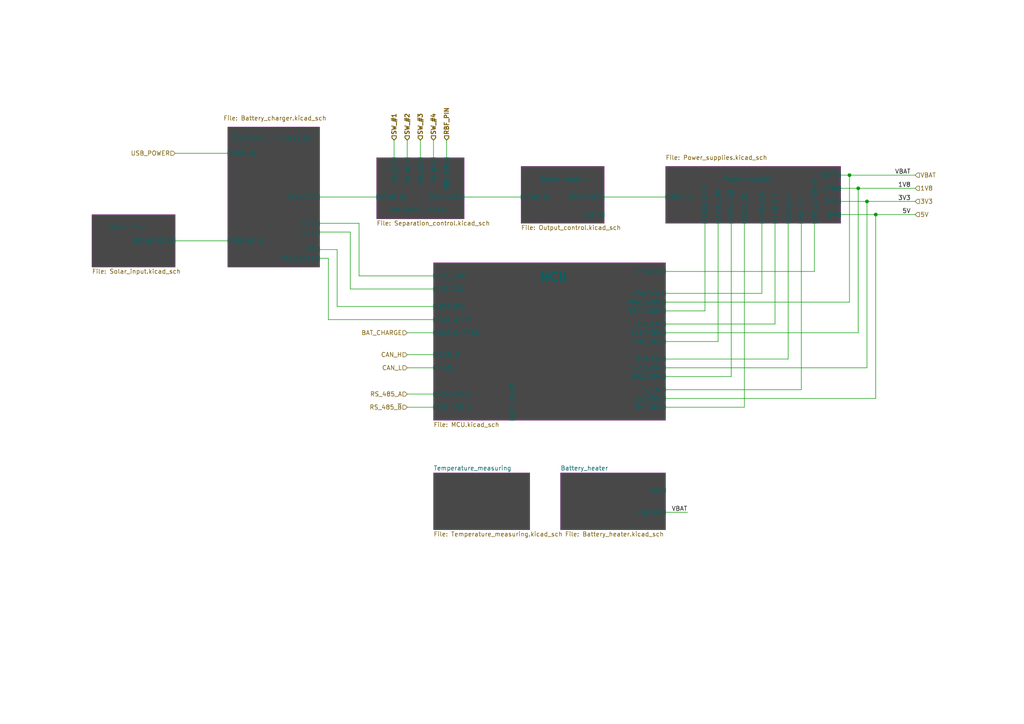
<source format=kicad_sch>
(kicad_sch (version 20210621) (generator eeschema)
  (paper "A4")
  (title_block (title "BUTCube - EPS") (date "2021-06-01") (rev "v1.0") (company "VUT - FIT(STRaDe) & FME(IAE & IPE)") (comment 1 "Author: Petr Malaník"))
  (lib_symbols)
  (junction (at 246.38 50.8) (diameter 0.9144))
  (junction (at 248.92 54.61) (diameter 0.9144))
  (junction (at 251.46 58.42) (diameter 0.9144))
  (junction (at 254 62.23) (diameter 0.9144))
  (wire (pts (xy 50.8 44.45) (xy 66.04 44.45)))
  (wire (pts (xy 50.8 69.85) (xy 66.04 69.85)))
  (wire (pts (xy 92.71 57.15) (xy 109.22 57.15)))
  (wire (pts (xy 92.71 64.77) (xy 104.14 64.77)))
  (wire (pts (xy 92.71 67.31) (xy 101.6 67.31)))
  (wire (pts (xy 92.71 72.39) (xy 97.79 72.39)))
  (wire (pts (xy 95.25 74.93) (xy 92.71 74.93)))
  (wire (pts (xy 95.25 74.93) (xy 95.25 92.71)))
  (wire (pts (xy 95.25 92.71) (xy 125.73 92.71)))
  (wire (pts (xy 97.79 72.39) (xy 97.79 88.9)))
  (wire (pts (xy 97.79 88.9) (xy 125.73 88.9)))
  (wire (pts (xy 101.6 67.31) (xy 101.6 83.82)))
  (wire (pts (xy 101.6 83.82) (xy 125.73 83.82)))
  (wire (pts (xy 104.14 80.01) (xy 104.14 64.77)))
  (wire (pts (xy 114.3 40.64) (xy 114.3 45.72)))
  (wire (pts (xy 118.11 40.64) (xy 118.11 45.72)))
  (wire (pts (xy 118.11 96.52) (xy 125.73 96.52)))
  (wire (pts (xy 118.11 102.87) (xy 125.73 102.87)))
  (wire (pts (xy 118.11 106.68) (xy 125.73 106.68)))
  (wire (pts (xy 118.11 114.3) (xy 125.73 114.3)))
  (wire (pts (xy 118.11 118.11) (xy 125.73 118.11)))
  (wire (pts (xy 121.92 40.64) (xy 121.92 45.72)))
  (wire (pts (xy 125.73 40.64) (xy 125.73 45.72)))
  (wire (pts (xy 125.73 80.01) (xy 104.14 80.01)))
  (wire (pts (xy 129.54 40.64) (xy 129.54 45.72)))
  (wire (pts (xy 134.62 57.15) (xy 151.13 57.15)))
  (wire (pts (xy 175.26 57.15) (xy 193.04 57.15)))
  (wire (pts (xy 193.04 78.74) (xy 236.22 78.74)))
  (wire (pts (xy 193.04 85.09) (xy 220.98 85.09)))
  (wire (pts (xy 193.04 87.63) (xy 246.38 87.63)))
  (wire (pts (xy 193.04 90.17) (xy 204.47 90.17)))
  (wire (pts (xy 193.04 96.52) (xy 248.92 96.52)))
  (wire (pts (xy 193.04 99.06) (xy 208.28 99.06)))
  (wire (pts (xy 193.04 104.14) (xy 228.6 104.14)))
  (wire (pts (xy 193.04 106.68) (xy 251.46 106.68)))
  (wire (pts (xy 193.04 109.22) (xy 212.09 109.22)))
  (wire (pts (xy 193.04 113.03) (xy 232.41 113.03)))
  (wire (pts (xy 193.04 115.57) (xy 254 115.57)))
  (wire (pts (xy 193.04 118.11) (xy 215.9 118.11)))
  (wire (pts (xy 193.04 148.59) (xy 199.39 148.59)))
  (wire (pts (xy 204.47 64.77) (xy 204.47 90.17)))
  (wire (pts (xy 208.28 99.06) (xy 208.28 64.77)))
  (wire (pts (xy 212.09 109.22) (xy 212.09 64.77)))
  (wire (pts (xy 215.9 118.11) (xy 215.9 64.77)))
  (wire (pts (xy 220.98 85.09) (xy 220.98 64.77)))
  (wire (pts (xy 224.79 64.77) (xy 224.79 93.98)))
  (wire (pts (xy 224.79 93.98) (xy 193.04 93.98)))
  (wire (pts (xy 228.6 104.14) (xy 228.6 64.77)))
  (wire (pts (xy 232.41 113.03) (xy 232.41 64.77)))
  (wire (pts (xy 236.22 64.77) (xy 236.22 78.74)))
  (wire (pts (xy 243.84 50.8) (xy 246.38 50.8)))
  (wire (pts (xy 243.84 54.61) (xy 248.92 54.61)))
  (wire (pts (xy 243.84 58.42) (xy 251.46 58.42)))
  (wire (pts (xy 243.84 62.23) (xy 254 62.23)))
  (wire (pts (xy 246.38 50.8) (xy 265.43 50.8)))
  (wire (pts (xy 246.38 87.63) (xy 246.38 50.8)))
  (wire (pts (xy 248.92 54.61) (xy 248.92 96.52)))
  (wire (pts (xy 248.92 54.61) (xy 265.43 54.61)))
  (wire (pts (xy 251.46 58.42) (xy 251.46 106.68)))
  (wire (pts (xy 251.46 58.42) (xy 265.43 58.42)))
  (wire (pts (xy 254 62.23) (xy 265.43 62.23)))
  (wire (pts (xy 254 115.57) (xy 254 62.23)))
  (label "VBAT" (at 199.39 148.59 180))
  (label "VBAT" (at 264.16 50.8 180))
  (label "1V8" (at 264.16 54.61 180))
  (label "3V3" (at 264.16 58.42 180))
  (label "5V" (at 264.16 62.23 180))
  (hierarchical_label "USB_POWER" (shape input) (at 50.8 44.45 180))
  (hierarchical_label "SW_#1" (shape input) (at 114.3 40.64 90) (effects (font (thickness 0.254))))
  (hierarchical_label "SW_#2" (shape input) (at 118.11 40.64 90) (effects (font (thickness 0.254))))
  (hierarchical_label "BAT_CHARGE" (shape input) (at 118.11 96.52 180))
  (hierarchical_label "CAN_H" (shape input) (at 118.11 102.87 180))
  (hierarchical_label "CAN_L" (shape input) (at 118.11 106.68 180))
  (hierarchical_label "RS_485_A" (shape input) (at 118.11 114.3 180))
  (hierarchical_label "RS_485_~{B}" (shape input) (at 118.11 118.11 180))
  (hierarchical_label "SW_#3" (shape input) (at 121.92 40.64 90) (effects (font (thickness 0.254))))
  (hierarchical_label "SW_#4" (shape input) (at 125.73 40.64 90) (effects (font (thickness 0.254))))
  (hierarchical_label "RBF_PIN" (shape input) (at 129.54 40.64 90) (effects (font (thickness 0.254))))
  (hierarchical_label "VBAT" (shape input) (at 265.43 50.8 0))
  (hierarchical_label "1V8" (shape input) (at 265.43 54.61 0))
  (hierarchical_label "3V3" (shape input) (at 265.43 58.42 0))
  (hierarchical_label "5V" (shape input) (at 265.43 62.23 0))
  (sheet (at 109.22 45.72) (size 25.4 17.78) (stroke (width 0.001) (color 132 0 132 1)) (fill (color 72 72 72 1.0000))
    (property "Sheet name" "Activation control" (at 113.03 61.5941 0) (effects (justify left bottom)))
    (property "Sheet file" "Separation_control.kicad_sch" (at 109.22 64.0089 0) (effects (justify left top)))
    (pin "PWR_IN" input (at 109.22 57.15 180))
    (pin "PWR_OUT" input (at 134.62 57.15 0))
    (pin "SW_#3" input (at 121.92 45.72 90))
    (pin "SW_#4" input (at 125.73 45.72 90))
    (pin "SW_#2" input (at 118.11 45.72 90))
    (pin "SW_#1" input (at 114.3 45.72 90))
    (pin "RBF_PIN" input (at 129.54 45.72 90))
  )
  (sheet (at 66.04 36.83) (size 26.67 40.64) (stroke (width 0.001) (color 132 0 132 1)) (fill (color 72 72 72 1.0000))
    (property "Sheet name" "Battery charger" (at 67.31 41.2741 0) (effects (font (size 2 2)) (justify left bottom)))
    (property "Sheet file" "Battery_charger.kicad_sch" (at 64.77 33.5289 0) (effects (justify left top)))
    (pin "USB_IN" input (at 66.04 44.45 180))
    (pin "SOLAR_IN" input (at 66.04 69.85 180))
    (pin "SYS_OUT" input (at 92.71 57.15 0))
    (pin "SCL" input (at 92.71 67.31 0))
    (pin "~{INT}" input (at 92.71 72.39 0))
    (pin "SDA" input (at 92.71 64.77 0))
    (pin "BAT_ALERT" input (at 92.71 74.93 0))
  )
  (sheet (at 162.56 137.16) (size 30.48 16.51) (stroke (width 0.001) (color 132 0 132 1)) (fill (color 72 72 72 1.0000))
    (property "Sheet name" "Battery_heater" (at 162.56 136.5241 0) (effects (justify left bottom)))
    (property "Sheet file" "Battery_heater.kicad_sch" (at 163.83 154.1789 0) (effects (justify left top)))
    (pin "PWR_IN" input (at 193.04 148.59 0))
    (pin "EN" input (at 193.04 142.24 0))
  )
  (sheet (at 125.73 76.2) (size 67.31 45.72) (stroke (width 0.001) (color 132 0 132 1)) (fill (color 72 72 72 1.0000))
    (property "Sheet name" "MCU" (at 156.21 81.9141 0) (effects (font (size 2.5 2.5) bold) (justify left bottom)))
    (property "Sheet file" "MCU.kicad_sch" (at 125.73 122.4289 0) (effects (justify left top)))
    (pin "CAN_H" input (at 125.73 102.87 180))
    (pin "CAN_L" input (at 125.73 106.68 180))
    (pin "3V3_MON" input (at 193.04 106.68 0))
    (pin "5V_CUR" input (at 193.04 118.11 0))
    (pin "3V3_CUR" input (at 193.04 109.22 0))
    (pin "1V8_MON" input (at 193.04 96.52 0))
    (pin "1V8_CUR" input (at 193.04 99.06 0))
    (pin "POWER" input (at 193.04 78.74 0))
    (pin "VBAT_CUR" input (at 193.04 90.17 0))
    (pin "5V_MON" input (at 193.04 115.57 0))
    (pin "VBAT_MON" input (at 193.04 87.63 0))
    (pin "3V3_EN" input (at 193.04 104.14 0))
    (pin "5V_EN" input (at 193.04 113.03 0))
    (pin "1V8_EN" input (at 193.04 93.98 0))
    (pin "VBAT_EN" input (at 193.04 85.09 0))
    (pin "BAT_CHARGE" input (at 125.73 96.52 180))
    (pin "RS_485_~{B}" input (at 125.73 118.11 180))
    (pin "RS_485_A" input (at 125.73 114.3 180))
    (pin "BAT_TEMP" input (at 148.59 121.92 270))
    (pin "I2C_SCL" input (at 125.73 83.82 180))
    (pin "I2C_SDA" input (at 125.73 80.01 180))
    (pin "BAT_ALERT" input (at 125.73 92.71 180))
    (pin "BAT_IRQ" input (at 125.73 88.9 180))
  )
  (sheet (at 151.13 48.26) (size 24.13 16.51) (stroke (width 0.001) (color 132 0 132 1)) (fill (color 72 72 72 1.0000))
    (property "Sheet name" "Output control" (at 156.21 52.7041 0) (effects (justify left bottom)))
    (property "Sheet file" "Output_control.kicad_sch" (at 151.13 65.2789 0) (effects (justify left top)))
    (pin "PWR_IN" input (at 151.13 57.15 180))
    (pin "PWR_OUT" input (at 175.26 57.15 0))
    (pin "I_SEN" input (at 175.26 62.23 0))
  )
  (sheet (at 193.04 48.26) (size 50.8 16.51) (stroke (width 0.001) (color 132 0 132 1)) (fill (color 72 72 72 1.0000))
    (property "Sheet name" "Power supplies" (at 209.55 52.7041 0) (effects (justify left bottom)))
    (property "Sheet file" "Power_supplies.kicad_sch" (at 193.04 44.9589 0) (effects (justify left top)))
    (pin "PWR_IN" input (at 193.04 57.15 180))
    (pin "5V" input (at 243.84 62.23 0))
    (pin "VBAT" input (at 243.84 50.8 0))
    (pin "1V8" input (at 243.84 54.61 0))
    (pin "3V3" input (at 243.84 58.42 0))
    (pin "3V3_CUR" input (at 212.09 64.77 270))
    (pin "5V_CUR" input (at 215.9 64.77 270))
    (pin "VBAT_CUR" input (at 204.47 64.77 270))
    (pin "1V8_CUR" input (at 208.28 64.77 270))
    (pin "3V3_EN" input (at 228.6 64.77 270))
    (pin "MCU_POWER" input (at 236.22 64.77 270))
    (pin "VBAT_EN" input (at 220.98 64.77 270))
    (pin "1V8_EN" input (at 224.79 64.77 270))
    (pin "5V_EN" input (at 232.41 64.77 270))
  )
  (sheet (at 26.67 62.23) (size 24.13 15.24) (stroke (width 0.001) (color 132 0 132 1)) (fill (color 72 72 72 1.0000))
    (property "Sheet name" "Solar input" (at 31.75 66.6741 0) (effects (justify left bottom)))
    (property "Sheet file" "Solar_input.kicad_sch" (at 26.67 77.9789 0) (effects (justify left top)))
    (pin "SOLAR_OUT" input (at 50.8 69.85 0))
  )
  (sheet (at 125.73 137.16) (size 27.94 16.51) (stroke (width 0.001) (color 132 0 132 1)) (fill (color 72 72 72 1.0000))
    (property "Sheet name" "Temperature_measuring" (at 125.73 136.5241 0) (effects (justify left bottom)))
    (property "Sheet file" "Temperature_measuring.kicad_sch" (at 125.73 154.1789 0) (effects (justify left top)))
  )
)
</source>
